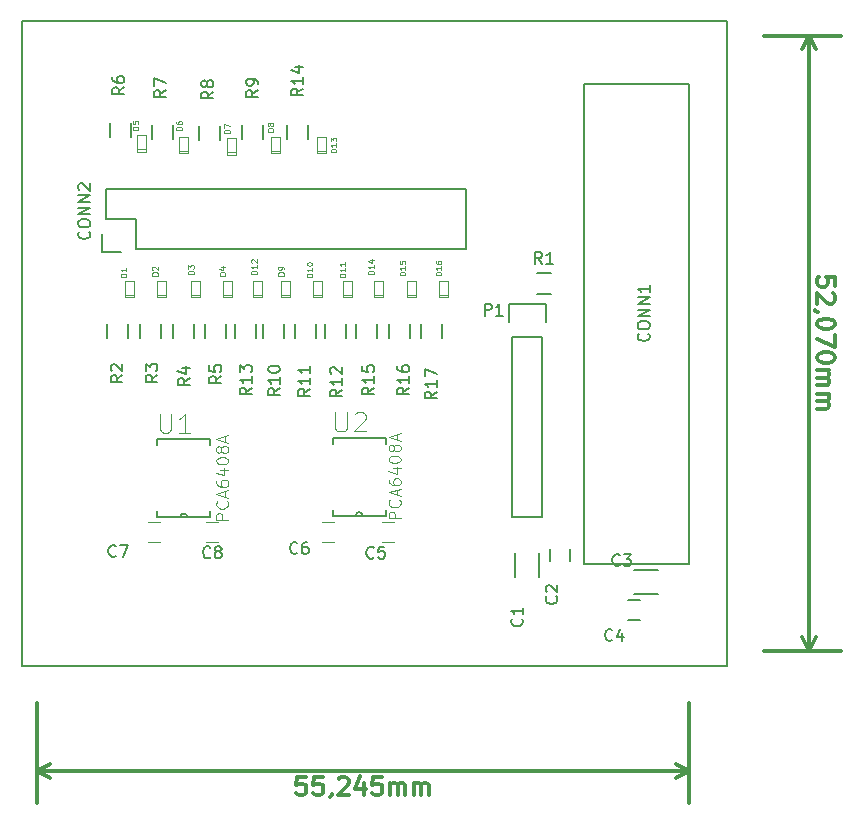
<source format=gbr>
G04 #@! TF.FileFunction,Legend,Top*
%FSLAX46Y46*%
G04 Gerber Fmt 4.6, Leading zero omitted, Abs format (unit mm)*
G04 Created by KiCad (PCBNEW 4.0.6-e0-6349~53~ubuntu14.04.1) date Tue Nov 28 08:29:40 2017*
%MOMM*%
%LPD*%
G01*
G04 APERTURE LIST*
%ADD10C,0.100000*%
%ADD11C,0.300000*%
%ADD12C,0.200000*%
%ADD13C,0.150000*%
%ADD14C,0.152400*%
%ADD15C,0.120000*%
%ADD16C,0.050000*%
%ADD17C,0.125000*%
G04 APERTURE END LIST*
D10*
D11*
X153575359Y-135148571D02*
X152861073Y-135148571D01*
X152789644Y-135862857D01*
X152861073Y-135791429D01*
X153003930Y-135720000D01*
X153361073Y-135720000D01*
X153503930Y-135791429D01*
X153575359Y-135862857D01*
X153646787Y-136005714D01*
X153646787Y-136362857D01*
X153575359Y-136505714D01*
X153503930Y-136577143D01*
X153361073Y-136648571D01*
X153003930Y-136648571D01*
X152861073Y-136577143D01*
X152789644Y-136505714D01*
X155003930Y-135148571D02*
X154289644Y-135148571D01*
X154218215Y-135862857D01*
X154289644Y-135791429D01*
X154432501Y-135720000D01*
X154789644Y-135720000D01*
X154932501Y-135791429D01*
X155003930Y-135862857D01*
X155075358Y-136005714D01*
X155075358Y-136362857D01*
X155003930Y-136505714D01*
X154932501Y-136577143D01*
X154789644Y-136648571D01*
X154432501Y-136648571D01*
X154289644Y-136577143D01*
X154218215Y-136505714D01*
X155789643Y-136577143D02*
X155789643Y-136648571D01*
X155718215Y-136791429D01*
X155646786Y-136862857D01*
X156361072Y-135291429D02*
X156432501Y-135220000D01*
X156575358Y-135148571D01*
X156932501Y-135148571D01*
X157075358Y-135220000D01*
X157146787Y-135291429D01*
X157218215Y-135434286D01*
X157218215Y-135577143D01*
X157146787Y-135791429D01*
X156289644Y-136648571D01*
X157218215Y-136648571D01*
X158503929Y-135648571D02*
X158503929Y-136648571D01*
X158146786Y-135077143D02*
X157789643Y-136148571D01*
X158718215Y-136148571D01*
X160003929Y-135148571D02*
X159289643Y-135148571D01*
X159218214Y-135862857D01*
X159289643Y-135791429D01*
X159432500Y-135720000D01*
X159789643Y-135720000D01*
X159932500Y-135791429D01*
X160003929Y-135862857D01*
X160075357Y-136005714D01*
X160075357Y-136362857D01*
X160003929Y-136505714D01*
X159932500Y-136577143D01*
X159789643Y-136648571D01*
X159432500Y-136648571D01*
X159289643Y-136577143D01*
X159218214Y-136505714D01*
X160718214Y-136648571D02*
X160718214Y-135648571D01*
X160718214Y-135791429D02*
X160789642Y-135720000D01*
X160932500Y-135648571D01*
X161146785Y-135648571D01*
X161289642Y-135720000D01*
X161361071Y-135862857D01*
X161361071Y-136648571D01*
X161361071Y-135862857D02*
X161432500Y-135720000D01*
X161575357Y-135648571D01*
X161789642Y-135648571D01*
X161932500Y-135720000D01*
X162003928Y-135862857D01*
X162003928Y-136648571D01*
X162718214Y-136648571D02*
X162718214Y-135648571D01*
X162718214Y-135791429D02*
X162789642Y-135720000D01*
X162932500Y-135648571D01*
X163146785Y-135648571D01*
X163289642Y-135720000D01*
X163361071Y-135862857D01*
X163361071Y-136648571D01*
X163361071Y-135862857D02*
X163432500Y-135720000D01*
X163575357Y-135648571D01*
X163789642Y-135648571D01*
X163932500Y-135720000D01*
X164003928Y-135862857D01*
X164003928Y-136648571D01*
X130810000Y-134620000D02*
X186055000Y-134620000D01*
X130810000Y-128905000D02*
X130810000Y-137320000D01*
X186055000Y-128905000D02*
X186055000Y-137320000D01*
X186055000Y-134620000D02*
X184928496Y-135206421D01*
X186055000Y-134620000D02*
X184928496Y-134033579D01*
X130810000Y-134620000D02*
X131936504Y-135206421D01*
X130810000Y-134620000D02*
X131936504Y-134033579D01*
X198386429Y-93567859D02*
X198386429Y-92853573D01*
X197672143Y-92782144D01*
X197743571Y-92853573D01*
X197815000Y-92996430D01*
X197815000Y-93353573D01*
X197743571Y-93496430D01*
X197672143Y-93567859D01*
X197529286Y-93639287D01*
X197172143Y-93639287D01*
X197029286Y-93567859D01*
X196957857Y-93496430D01*
X196886429Y-93353573D01*
X196886429Y-92996430D01*
X196957857Y-92853573D01*
X197029286Y-92782144D01*
X198243571Y-94210715D02*
X198315000Y-94282144D01*
X198386429Y-94425001D01*
X198386429Y-94782144D01*
X198315000Y-94925001D01*
X198243571Y-94996430D01*
X198100714Y-95067858D01*
X197957857Y-95067858D01*
X197743571Y-94996430D01*
X196886429Y-94139287D01*
X196886429Y-95067858D01*
X196957857Y-95782143D02*
X196886429Y-95782143D01*
X196743571Y-95710715D01*
X196672143Y-95639286D01*
X198386429Y-96710715D02*
X198386429Y-96853572D01*
X198315000Y-96996429D01*
X198243571Y-97067858D01*
X198100714Y-97139287D01*
X197815000Y-97210715D01*
X197457857Y-97210715D01*
X197172143Y-97139287D01*
X197029286Y-97067858D01*
X196957857Y-96996429D01*
X196886429Y-96853572D01*
X196886429Y-96710715D01*
X196957857Y-96567858D01*
X197029286Y-96496429D01*
X197172143Y-96425001D01*
X197457857Y-96353572D01*
X197815000Y-96353572D01*
X198100714Y-96425001D01*
X198243571Y-96496429D01*
X198315000Y-96567858D01*
X198386429Y-96710715D01*
X198386429Y-97710715D02*
X198386429Y-98710715D01*
X196886429Y-98067858D01*
X198386429Y-99567857D02*
X198386429Y-99710714D01*
X198315000Y-99853571D01*
X198243571Y-99925000D01*
X198100714Y-99996429D01*
X197815000Y-100067857D01*
X197457857Y-100067857D01*
X197172143Y-99996429D01*
X197029286Y-99925000D01*
X196957857Y-99853571D01*
X196886429Y-99710714D01*
X196886429Y-99567857D01*
X196957857Y-99425000D01*
X197029286Y-99353571D01*
X197172143Y-99282143D01*
X197457857Y-99210714D01*
X197815000Y-99210714D01*
X198100714Y-99282143D01*
X198243571Y-99353571D01*
X198315000Y-99425000D01*
X198386429Y-99567857D01*
X196886429Y-100710714D02*
X197886429Y-100710714D01*
X197743571Y-100710714D02*
X197815000Y-100782142D01*
X197886429Y-100925000D01*
X197886429Y-101139285D01*
X197815000Y-101282142D01*
X197672143Y-101353571D01*
X196886429Y-101353571D01*
X197672143Y-101353571D02*
X197815000Y-101425000D01*
X197886429Y-101567857D01*
X197886429Y-101782142D01*
X197815000Y-101925000D01*
X197672143Y-101996428D01*
X196886429Y-101996428D01*
X196886429Y-102710714D02*
X197886429Y-102710714D01*
X197743571Y-102710714D02*
X197815000Y-102782142D01*
X197886429Y-102925000D01*
X197886429Y-103139285D01*
X197815000Y-103282142D01*
X197672143Y-103353571D01*
X196886429Y-103353571D01*
X197672143Y-103353571D02*
X197815000Y-103425000D01*
X197886429Y-103567857D01*
X197886429Y-103782142D01*
X197815000Y-103925000D01*
X197672143Y-103996428D01*
X196886429Y-103996428D01*
X196215000Y-72390000D02*
X196215000Y-124460000D01*
X192405000Y-72390000D02*
X198915000Y-72390000D01*
X192405000Y-124460000D02*
X198915000Y-124460000D01*
X196215000Y-124460000D02*
X195628579Y-123333496D01*
X196215000Y-124460000D02*
X196801421Y-123333496D01*
X196215000Y-72390000D02*
X195628579Y-73516504D01*
X196215000Y-72390000D02*
X196801421Y-73516504D01*
D12*
X129540000Y-125730000D02*
X129540000Y-71120000D01*
X189230000Y-125730000D02*
X129540000Y-125730000D01*
X189230000Y-71120000D02*
X189230000Y-125730000D01*
X129540000Y-71120000D02*
X189230000Y-71120000D01*
D13*
X173364000Y-118221000D02*
X173364000Y-116221000D01*
X171314000Y-116221000D02*
X171314000Y-118221000D01*
X175983000Y-116832000D02*
X175983000Y-115832000D01*
X174283000Y-115832000D02*
X174283000Y-116832000D01*
X183372000Y-117593000D02*
X181372000Y-117593000D01*
X181372000Y-119643000D02*
X183372000Y-119643000D01*
X181856000Y-120181000D02*
X180856000Y-120181000D01*
X180856000Y-121881000D02*
X181856000Y-121881000D01*
X173609000Y-97917000D02*
X173609000Y-113157000D01*
X173609000Y-113157000D02*
X171069000Y-113157000D01*
X171069000Y-113157000D02*
X171069000Y-97917000D01*
X173889000Y-95097000D02*
X173889000Y-96647000D01*
X173609000Y-97917000D02*
X171069000Y-97917000D01*
X170789000Y-96647000D02*
X170789000Y-95097000D01*
X170789000Y-95097000D02*
X173889000Y-95097000D01*
X174336000Y-94220000D02*
X173136000Y-94220000D01*
X173136000Y-92470000D02*
X174336000Y-92470000D01*
X136793000Y-98009000D02*
X136793000Y-96809000D01*
X138543000Y-96809000D02*
X138543000Y-98009000D01*
X139587000Y-98009000D02*
X139587000Y-96809000D01*
X141337000Y-96809000D02*
X141337000Y-98009000D01*
X142381000Y-98009000D02*
X142381000Y-96809000D01*
X144131000Y-96809000D02*
X144131000Y-98009000D01*
X145048000Y-98009000D02*
X145048000Y-96809000D01*
X146798000Y-96809000D02*
X146798000Y-98009000D01*
X138797000Y-79791000D02*
X138797000Y-80991000D01*
X137047000Y-80991000D02*
X137047000Y-79791000D01*
X142353000Y-79918000D02*
X142353000Y-81118000D01*
X140603000Y-81118000D02*
X140603000Y-79918000D01*
X146290000Y-80045000D02*
X146290000Y-81245000D01*
X144540000Y-81245000D02*
X144540000Y-80045000D01*
X149973000Y-79918000D02*
X149973000Y-81118000D01*
X148223000Y-81118000D02*
X148223000Y-79918000D01*
X150001000Y-98009000D02*
X150001000Y-96809000D01*
X151751000Y-96809000D02*
X151751000Y-98009000D01*
X152668000Y-98009000D02*
X152668000Y-96809000D01*
X154418000Y-96809000D02*
X154418000Y-98009000D01*
X155208000Y-98009000D02*
X155208000Y-96809000D01*
X156958000Y-96809000D02*
X156958000Y-98009000D01*
X147588000Y-98009000D02*
X147588000Y-96809000D01*
X149338000Y-96809000D02*
X149338000Y-98009000D01*
X153783000Y-79918000D02*
X153783000Y-81118000D01*
X152033000Y-81118000D02*
X152033000Y-79918000D01*
X157875000Y-98009000D02*
X157875000Y-96809000D01*
X159625000Y-96809000D02*
X159625000Y-98009000D01*
X160669000Y-98009000D02*
X160669000Y-96809000D01*
X162419000Y-96809000D02*
X162419000Y-98009000D01*
X163336000Y-98009000D02*
X163336000Y-96809000D01*
X165086000Y-96809000D02*
X165086000Y-98009000D01*
D14*
X140995400Y-112649000D02*
X140995400Y-113157000D01*
X145516600Y-107061000D02*
X145516600Y-106553000D01*
X145516600Y-106553000D02*
X140995400Y-106553000D01*
X140995400Y-106553000D02*
X140995400Y-107061000D01*
X140995400Y-113157000D02*
X142951200Y-113157000D01*
X142951200Y-113157000D02*
X143560800Y-113157000D01*
X143560800Y-113157000D02*
X145516600Y-113157000D01*
X145516600Y-113157000D02*
X145516600Y-112649000D01*
X142951200Y-113157000D02*
G75*
G02X143560800Y-113157000I304800J0D01*
G01*
X155854400Y-112522000D02*
X155854400Y-113030000D01*
X160375600Y-106934000D02*
X160375600Y-106426000D01*
X160375600Y-106426000D02*
X155854400Y-106426000D01*
X155854400Y-106426000D02*
X155854400Y-106934000D01*
X155854400Y-113030000D02*
X157810200Y-113030000D01*
X157810200Y-113030000D02*
X158419800Y-113030000D01*
X158419800Y-113030000D02*
X160375600Y-113030000D01*
X160375600Y-113030000D02*
X160375600Y-112522000D01*
X157810200Y-113030000D02*
G75*
G02X158419800Y-113030000I304800J0D01*
G01*
D15*
X155948000Y-113577000D02*
X154948000Y-113577000D01*
X154948000Y-115277000D02*
X155948000Y-115277000D01*
X160028000Y-115277000D02*
X161028000Y-115277000D01*
X161028000Y-113577000D02*
X160028000Y-113577000D01*
X141216000Y-113577000D02*
X140216000Y-113577000D01*
X140216000Y-115277000D02*
X141216000Y-115277000D01*
X145169000Y-115277000D02*
X146169000Y-115277000D01*
X146169000Y-113577000D02*
X145169000Y-113577000D01*
D13*
X167132000Y-85344000D02*
X136652000Y-85344000D01*
X139192000Y-90424000D02*
X167132000Y-90424000D01*
X167132000Y-85344000D02*
X167132000Y-90424000D01*
X136652000Y-85344000D02*
X136652000Y-87884000D01*
X136372000Y-89154000D02*
X136372000Y-90704000D01*
X136652000Y-87884000D02*
X139192000Y-87884000D01*
X139192000Y-87884000D02*
X139192000Y-90424000D01*
X136372000Y-90704000D02*
X137922000Y-90704000D01*
X186055000Y-117094000D02*
X186055000Y-76454000D01*
X186055000Y-76454000D02*
X177165000Y-76454000D01*
X177165000Y-76454000D02*
X177165000Y-117094000D01*
X177165000Y-117094000D02*
X186055000Y-117094000D01*
D16*
X139084000Y-94326000D02*
X138284000Y-94326000D01*
X138284000Y-94326000D02*
X138284000Y-94526000D01*
X138284000Y-94526000D02*
X139084000Y-94526000D01*
X139084000Y-94526000D02*
X139084000Y-93126000D01*
X139084000Y-93126000D02*
X138284000Y-93126000D01*
X138284000Y-93126000D02*
X138284000Y-94326000D01*
X147339000Y-94326000D02*
X146539000Y-94326000D01*
X146539000Y-94326000D02*
X146539000Y-94526000D01*
X146539000Y-94526000D02*
X147339000Y-94526000D01*
X147339000Y-94526000D02*
X147339000Y-93126000D01*
X147339000Y-93126000D02*
X146539000Y-93126000D01*
X146539000Y-93126000D02*
X146539000Y-94326000D01*
X141751000Y-94326000D02*
X140951000Y-94326000D01*
X140951000Y-94326000D02*
X140951000Y-94526000D01*
X140951000Y-94526000D02*
X141751000Y-94526000D01*
X141751000Y-94526000D02*
X141751000Y-93126000D01*
X141751000Y-93126000D02*
X140951000Y-93126000D01*
X140951000Y-93126000D02*
X140951000Y-94326000D01*
X144672000Y-94326000D02*
X143872000Y-94326000D01*
X143872000Y-94326000D02*
X143872000Y-94526000D01*
X143872000Y-94526000D02*
X144672000Y-94526000D01*
X144672000Y-94526000D02*
X144672000Y-93126000D01*
X144672000Y-93126000D02*
X143872000Y-93126000D01*
X143872000Y-93126000D02*
X143872000Y-94326000D01*
X140100000Y-82007000D02*
X139300000Y-82007000D01*
X139300000Y-82007000D02*
X139300000Y-82207000D01*
X139300000Y-82207000D02*
X140100000Y-82207000D01*
X140100000Y-82207000D02*
X140100000Y-80807000D01*
X140100000Y-80807000D02*
X139300000Y-80807000D01*
X139300000Y-80807000D02*
X139300000Y-82007000D01*
X143656000Y-82134000D02*
X142856000Y-82134000D01*
X142856000Y-82134000D02*
X142856000Y-82334000D01*
X142856000Y-82334000D02*
X143656000Y-82334000D01*
X143656000Y-82334000D02*
X143656000Y-80934000D01*
X143656000Y-80934000D02*
X142856000Y-80934000D01*
X142856000Y-80934000D02*
X142856000Y-82134000D01*
X147720000Y-82261000D02*
X146920000Y-82261000D01*
X146920000Y-82261000D02*
X146920000Y-82461000D01*
X146920000Y-82461000D02*
X147720000Y-82461000D01*
X147720000Y-82461000D02*
X147720000Y-81061000D01*
X147720000Y-81061000D02*
X146920000Y-81061000D01*
X146920000Y-81061000D02*
X146920000Y-82261000D01*
X151403000Y-82134000D02*
X150603000Y-82134000D01*
X150603000Y-82134000D02*
X150603000Y-82334000D01*
X150603000Y-82334000D02*
X151403000Y-82334000D01*
X151403000Y-82334000D02*
X151403000Y-80934000D01*
X151403000Y-80934000D02*
X150603000Y-80934000D01*
X150603000Y-80934000D02*
X150603000Y-82134000D01*
X152292000Y-94326000D02*
X151492000Y-94326000D01*
X151492000Y-94326000D02*
X151492000Y-94526000D01*
X151492000Y-94526000D02*
X152292000Y-94526000D01*
X152292000Y-94526000D02*
X152292000Y-93126000D01*
X152292000Y-93126000D02*
X151492000Y-93126000D01*
X151492000Y-93126000D02*
X151492000Y-94326000D01*
X154959000Y-94326000D02*
X154159000Y-94326000D01*
X154159000Y-94326000D02*
X154159000Y-94526000D01*
X154159000Y-94526000D02*
X154959000Y-94526000D01*
X154959000Y-94526000D02*
X154959000Y-93126000D01*
X154959000Y-93126000D02*
X154159000Y-93126000D01*
X154159000Y-93126000D02*
X154159000Y-94326000D01*
X157499000Y-94326000D02*
X156699000Y-94326000D01*
X156699000Y-94326000D02*
X156699000Y-94526000D01*
X156699000Y-94526000D02*
X157499000Y-94526000D01*
X157499000Y-94526000D02*
X157499000Y-93126000D01*
X157499000Y-93126000D02*
X156699000Y-93126000D01*
X156699000Y-93126000D02*
X156699000Y-94326000D01*
X149879000Y-94326000D02*
X149079000Y-94326000D01*
X149079000Y-94326000D02*
X149079000Y-94526000D01*
X149079000Y-94526000D02*
X149879000Y-94526000D01*
X149879000Y-94526000D02*
X149879000Y-93126000D01*
X149879000Y-93126000D02*
X149079000Y-93126000D01*
X149079000Y-93126000D02*
X149079000Y-94326000D01*
X155340000Y-82134000D02*
X154540000Y-82134000D01*
X154540000Y-82134000D02*
X154540000Y-82334000D01*
X154540000Y-82334000D02*
X155340000Y-82334000D01*
X155340000Y-82334000D02*
X155340000Y-80934000D01*
X155340000Y-80934000D02*
X154540000Y-80934000D01*
X154540000Y-80934000D02*
X154540000Y-82134000D01*
X160166000Y-94326000D02*
X159366000Y-94326000D01*
X159366000Y-94326000D02*
X159366000Y-94526000D01*
X159366000Y-94526000D02*
X160166000Y-94526000D01*
X160166000Y-94526000D02*
X160166000Y-93126000D01*
X160166000Y-93126000D02*
X159366000Y-93126000D01*
X159366000Y-93126000D02*
X159366000Y-94326000D01*
X162960000Y-94326000D02*
X162160000Y-94326000D01*
X162160000Y-94326000D02*
X162160000Y-94526000D01*
X162160000Y-94526000D02*
X162960000Y-94526000D01*
X162960000Y-94526000D02*
X162960000Y-93126000D01*
X162960000Y-93126000D02*
X162160000Y-93126000D01*
X162160000Y-93126000D02*
X162160000Y-94326000D01*
X165627000Y-94326000D02*
X164827000Y-94326000D01*
X164827000Y-94326000D02*
X164827000Y-94526000D01*
X164827000Y-94526000D02*
X165627000Y-94526000D01*
X165627000Y-94526000D02*
X165627000Y-93126000D01*
X165627000Y-93126000D02*
X164827000Y-93126000D01*
X164827000Y-93126000D02*
X164827000Y-94326000D01*
D13*
X171870643Y-121769166D02*
X171918262Y-121816785D01*
X171965881Y-121959642D01*
X171965881Y-122054880D01*
X171918262Y-122197738D01*
X171823024Y-122292976D01*
X171727786Y-122340595D01*
X171537310Y-122388214D01*
X171394452Y-122388214D01*
X171203976Y-122340595D01*
X171108738Y-122292976D01*
X171013500Y-122197738D01*
X170965881Y-122054880D01*
X170965881Y-121959642D01*
X171013500Y-121816785D01*
X171061119Y-121769166D01*
X171965881Y-120816785D02*
X171965881Y-121388214D01*
X171965881Y-121102500D02*
X170965881Y-121102500D01*
X171108738Y-121197738D01*
X171203976Y-121292976D01*
X171251595Y-121388214D01*
X174791643Y-119864166D02*
X174839262Y-119911785D01*
X174886881Y-120054642D01*
X174886881Y-120149880D01*
X174839262Y-120292738D01*
X174744024Y-120387976D01*
X174648786Y-120435595D01*
X174458310Y-120483214D01*
X174315452Y-120483214D01*
X174124976Y-120435595D01*
X174029738Y-120387976D01*
X173934500Y-120292738D01*
X173886881Y-120149880D01*
X173886881Y-120054642D01*
X173934500Y-119911785D01*
X173982119Y-119864166D01*
X173982119Y-119483214D02*
X173934500Y-119435595D01*
X173886881Y-119340357D01*
X173886881Y-119102261D01*
X173934500Y-119007023D01*
X173982119Y-118959404D01*
X174077357Y-118911785D01*
X174172595Y-118911785D01*
X174315452Y-118959404D01*
X174886881Y-119530833D01*
X174886881Y-118911785D01*
X180173334Y-117197143D02*
X180125715Y-117244762D01*
X179982858Y-117292381D01*
X179887620Y-117292381D01*
X179744762Y-117244762D01*
X179649524Y-117149524D01*
X179601905Y-117054286D01*
X179554286Y-116863810D01*
X179554286Y-116720952D01*
X179601905Y-116530476D01*
X179649524Y-116435238D01*
X179744762Y-116340000D01*
X179887620Y-116292381D01*
X179982858Y-116292381D01*
X180125715Y-116340000D01*
X180173334Y-116387619D01*
X180506667Y-116292381D02*
X181125715Y-116292381D01*
X180792381Y-116673333D01*
X180935239Y-116673333D01*
X181030477Y-116720952D01*
X181078096Y-116768571D01*
X181125715Y-116863810D01*
X181125715Y-117101905D01*
X181078096Y-117197143D01*
X181030477Y-117244762D01*
X180935239Y-117292381D01*
X180649524Y-117292381D01*
X180554286Y-117244762D01*
X180506667Y-117197143D01*
X179538334Y-123547143D02*
X179490715Y-123594762D01*
X179347858Y-123642381D01*
X179252620Y-123642381D01*
X179109762Y-123594762D01*
X179014524Y-123499524D01*
X178966905Y-123404286D01*
X178919286Y-123213810D01*
X178919286Y-123070952D01*
X178966905Y-122880476D01*
X179014524Y-122785238D01*
X179109762Y-122690000D01*
X179252620Y-122642381D01*
X179347858Y-122642381D01*
X179490715Y-122690000D01*
X179538334Y-122737619D01*
X180395477Y-122975714D02*
X180395477Y-123642381D01*
X180157381Y-122594762D02*
X179919286Y-123309048D01*
X180538334Y-123309048D01*
X168743405Y-96083381D02*
X168743405Y-95083381D01*
X169124358Y-95083381D01*
X169219596Y-95131000D01*
X169267215Y-95178619D01*
X169314834Y-95273857D01*
X169314834Y-95416714D01*
X169267215Y-95511952D01*
X169219596Y-95559571D01*
X169124358Y-95607190D01*
X168743405Y-95607190D01*
X170267215Y-96083381D02*
X169695786Y-96083381D01*
X169981500Y-96083381D02*
X169981500Y-95083381D01*
X169886262Y-95226238D01*
X169791024Y-95321476D01*
X169695786Y-95369095D01*
X173569334Y-91697381D02*
X173236000Y-91221190D01*
X172997905Y-91697381D02*
X172997905Y-90697381D01*
X173378858Y-90697381D01*
X173474096Y-90745000D01*
X173521715Y-90792619D01*
X173569334Y-90887857D01*
X173569334Y-91030714D01*
X173521715Y-91125952D01*
X173474096Y-91173571D01*
X173378858Y-91221190D01*
X172997905Y-91221190D01*
X174521715Y-91697381D02*
X173950286Y-91697381D01*
X174236000Y-91697381D02*
X174236000Y-90697381D01*
X174140762Y-90840238D01*
X174045524Y-90935476D01*
X173950286Y-90983095D01*
X138060381Y-101145666D02*
X137584190Y-101479000D01*
X138060381Y-101717095D02*
X137060381Y-101717095D01*
X137060381Y-101336142D01*
X137108000Y-101240904D01*
X137155619Y-101193285D01*
X137250857Y-101145666D01*
X137393714Y-101145666D01*
X137488952Y-101193285D01*
X137536571Y-101240904D01*
X137584190Y-101336142D01*
X137584190Y-101717095D01*
X137155619Y-100764714D02*
X137108000Y-100717095D01*
X137060381Y-100621857D01*
X137060381Y-100383761D01*
X137108000Y-100288523D01*
X137155619Y-100240904D01*
X137250857Y-100193285D01*
X137346095Y-100193285D01*
X137488952Y-100240904D01*
X138060381Y-100812333D01*
X138060381Y-100193285D01*
X141024381Y-101095666D02*
X140548190Y-101429000D01*
X141024381Y-101667095D02*
X140024381Y-101667095D01*
X140024381Y-101286142D01*
X140072000Y-101190904D01*
X140119619Y-101143285D01*
X140214857Y-101095666D01*
X140357714Y-101095666D01*
X140452952Y-101143285D01*
X140500571Y-101190904D01*
X140548190Y-101286142D01*
X140548190Y-101667095D01*
X140024381Y-100762333D02*
X140024381Y-100143285D01*
X140405333Y-100476619D01*
X140405333Y-100333761D01*
X140452952Y-100238523D01*
X140500571Y-100190904D01*
X140595810Y-100143285D01*
X140833905Y-100143285D01*
X140929143Y-100190904D01*
X140976762Y-100238523D01*
X141024381Y-100333761D01*
X141024381Y-100619476D01*
X140976762Y-100714714D01*
X140929143Y-100762333D01*
X143768381Y-101375666D02*
X143292190Y-101709000D01*
X143768381Y-101947095D02*
X142768381Y-101947095D01*
X142768381Y-101566142D01*
X142816000Y-101470904D01*
X142863619Y-101423285D01*
X142958857Y-101375666D01*
X143101714Y-101375666D01*
X143196952Y-101423285D01*
X143244571Y-101470904D01*
X143292190Y-101566142D01*
X143292190Y-101947095D01*
X143101714Y-100518523D02*
X143768381Y-100518523D01*
X142720762Y-100756619D02*
X143435048Y-100994714D01*
X143435048Y-100375666D01*
X146435381Y-101205666D02*
X145959190Y-101539000D01*
X146435381Y-101777095D02*
X145435381Y-101777095D01*
X145435381Y-101396142D01*
X145483000Y-101300904D01*
X145530619Y-101253285D01*
X145625857Y-101205666D01*
X145768714Y-101205666D01*
X145863952Y-101253285D01*
X145911571Y-101300904D01*
X145959190Y-101396142D01*
X145959190Y-101777095D01*
X145435381Y-100300904D02*
X145435381Y-100777095D01*
X145911571Y-100824714D01*
X145863952Y-100777095D01*
X145816333Y-100681857D01*
X145816333Y-100443761D01*
X145863952Y-100348523D01*
X145911571Y-100300904D01*
X146006810Y-100253285D01*
X146244905Y-100253285D01*
X146340143Y-100300904D01*
X146387762Y-100348523D01*
X146435381Y-100443761D01*
X146435381Y-100681857D01*
X146387762Y-100777095D01*
X146340143Y-100824714D01*
X138214381Y-76757666D02*
X137738190Y-77091000D01*
X138214381Y-77329095D02*
X137214381Y-77329095D01*
X137214381Y-76948142D01*
X137262000Y-76852904D01*
X137309619Y-76805285D01*
X137404857Y-76757666D01*
X137547714Y-76757666D01*
X137642952Y-76805285D01*
X137690571Y-76852904D01*
X137738190Y-76948142D01*
X137738190Y-77329095D01*
X137214381Y-75900523D02*
X137214381Y-76091000D01*
X137262000Y-76186238D01*
X137309619Y-76233857D01*
X137452476Y-76329095D01*
X137642952Y-76376714D01*
X138023905Y-76376714D01*
X138119143Y-76329095D01*
X138166762Y-76281476D01*
X138214381Y-76186238D01*
X138214381Y-75995761D01*
X138166762Y-75900523D01*
X138119143Y-75852904D01*
X138023905Y-75805285D01*
X137785810Y-75805285D01*
X137690571Y-75852904D01*
X137642952Y-75900523D01*
X137595333Y-75995761D01*
X137595333Y-76186238D01*
X137642952Y-76281476D01*
X137690571Y-76329095D01*
X137785810Y-76376714D01*
X141760381Y-77004666D02*
X141284190Y-77338000D01*
X141760381Y-77576095D02*
X140760381Y-77576095D01*
X140760381Y-77195142D01*
X140808000Y-77099904D01*
X140855619Y-77052285D01*
X140950857Y-77004666D01*
X141093714Y-77004666D01*
X141188952Y-77052285D01*
X141236571Y-77099904D01*
X141284190Y-77195142D01*
X141284190Y-77576095D01*
X140760381Y-76671333D02*
X140760381Y-76004666D01*
X141760381Y-76433238D01*
X145757381Y-77121666D02*
X145281190Y-77455000D01*
X145757381Y-77693095D02*
X144757381Y-77693095D01*
X144757381Y-77312142D01*
X144805000Y-77216904D01*
X144852619Y-77169285D01*
X144947857Y-77121666D01*
X145090714Y-77121666D01*
X145185952Y-77169285D01*
X145233571Y-77216904D01*
X145281190Y-77312142D01*
X145281190Y-77693095D01*
X145185952Y-76550238D02*
X145138333Y-76645476D01*
X145090714Y-76693095D01*
X144995476Y-76740714D01*
X144947857Y-76740714D01*
X144852619Y-76693095D01*
X144805000Y-76645476D01*
X144757381Y-76550238D01*
X144757381Y-76359761D01*
X144805000Y-76264523D01*
X144852619Y-76216904D01*
X144947857Y-76169285D01*
X144995476Y-76169285D01*
X145090714Y-76216904D01*
X145138333Y-76264523D01*
X145185952Y-76359761D01*
X145185952Y-76550238D01*
X145233571Y-76645476D01*
X145281190Y-76693095D01*
X145376429Y-76740714D01*
X145566905Y-76740714D01*
X145662143Y-76693095D01*
X145709762Y-76645476D01*
X145757381Y-76550238D01*
X145757381Y-76359761D01*
X145709762Y-76264523D01*
X145662143Y-76216904D01*
X145566905Y-76169285D01*
X145376429Y-76169285D01*
X145281190Y-76216904D01*
X145233571Y-76264523D01*
X145185952Y-76359761D01*
X149550381Y-76994666D02*
X149074190Y-77328000D01*
X149550381Y-77566095D02*
X148550381Y-77566095D01*
X148550381Y-77185142D01*
X148598000Y-77089904D01*
X148645619Y-77042285D01*
X148740857Y-76994666D01*
X148883714Y-76994666D01*
X148978952Y-77042285D01*
X149026571Y-77089904D01*
X149074190Y-77185142D01*
X149074190Y-77566095D01*
X149550381Y-76518476D02*
X149550381Y-76328000D01*
X149502762Y-76232761D01*
X149455143Y-76185142D01*
X149312286Y-76089904D01*
X149121810Y-76042285D01*
X148740857Y-76042285D01*
X148645619Y-76089904D01*
X148598000Y-76137523D01*
X148550381Y-76232761D01*
X148550381Y-76423238D01*
X148598000Y-76518476D01*
X148645619Y-76566095D01*
X148740857Y-76613714D01*
X148978952Y-76613714D01*
X149074190Y-76566095D01*
X149121810Y-76518476D01*
X149169429Y-76423238D01*
X149169429Y-76232761D01*
X149121810Y-76137523D01*
X149074190Y-76089904D01*
X148978952Y-76042285D01*
X151388381Y-102241857D02*
X150912190Y-102575191D01*
X151388381Y-102813286D02*
X150388381Y-102813286D01*
X150388381Y-102432333D01*
X150436000Y-102337095D01*
X150483619Y-102289476D01*
X150578857Y-102241857D01*
X150721714Y-102241857D01*
X150816952Y-102289476D01*
X150864571Y-102337095D01*
X150912190Y-102432333D01*
X150912190Y-102813286D01*
X151388381Y-101289476D02*
X151388381Y-101860905D01*
X151388381Y-101575191D02*
X150388381Y-101575191D01*
X150531238Y-101670429D01*
X150626476Y-101765667D01*
X150674095Y-101860905D01*
X150388381Y-100670429D02*
X150388381Y-100575190D01*
X150436000Y-100479952D01*
X150483619Y-100432333D01*
X150578857Y-100384714D01*
X150769333Y-100337095D01*
X151007429Y-100337095D01*
X151197905Y-100384714D01*
X151293143Y-100432333D01*
X151340762Y-100479952D01*
X151388381Y-100575190D01*
X151388381Y-100670429D01*
X151340762Y-100765667D01*
X151293143Y-100813286D01*
X151197905Y-100860905D01*
X151007429Y-100908524D01*
X150769333Y-100908524D01*
X150578857Y-100860905D01*
X150483619Y-100813286D01*
X150436000Y-100765667D01*
X150388381Y-100670429D01*
X153945381Y-102291857D02*
X153469190Y-102625191D01*
X153945381Y-102863286D02*
X152945381Y-102863286D01*
X152945381Y-102482333D01*
X152993000Y-102387095D01*
X153040619Y-102339476D01*
X153135857Y-102291857D01*
X153278714Y-102291857D01*
X153373952Y-102339476D01*
X153421571Y-102387095D01*
X153469190Y-102482333D01*
X153469190Y-102863286D01*
X153945381Y-101339476D02*
X153945381Y-101910905D01*
X153945381Y-101625191D02*
X152945381Y-101625191D01*
X153088238Y-101720429D01*
X153183476Y-101815667D01*
X153231095Y-101910905D01*
X153945381Y-100387095D02*
X153945381Y-100958524D01*
X153945381Y-100672810D02*
X152945381Y-100672810D01*
X153088238Y-100768048D01*
X153183476Y-100863286D01*
X153231095Y-100958524D01*
X156655381Y-102351857D02*
X156179190Y-102685191D01*
X156655381Y-102923286D02*
X155655381Y-102923286D01*
X155655381Y-102542333D01*
X155703000Y-102447095D01*
X155750619Y-102399476D01*
X155845857Y-102351857D01*
X155988714Y-102351857D01*
X156083952Y-102399476D01*
X156131571Y-102447095D01*
X156179190Y-102542333D01*
X156179190Y-102923286D01*
X156655381Y-101399476D02*
X156655381Y-101970905D01*
X156655381Y-101685191D02*
X155655381Y-101685191D01*
X155798238Y-101780429D01*
X155893476Y-101875667D01*
X155941095Y-101970905D01*
X155750619Y-101018524D02*
X155703000Y-100970905D01*
X155655381Y-100875667D01*
X155655381Y-100637571D01*
X155703000Y-100542333D01*
X155750619Y-100494714D01*
X155845857Y-100447095D01*
X155941095Y-100447095D01*
X156083952Y-100494714D01*
X156655381Y-101066143D01*
X156655381Y-100447095D01*
X149005381Y-102181857D02*
X148529190Y-102515191D01*
X149005381Y-102753286D02*
X148005381Y-102753286D01*
X148005381Y-102372333D01*
X148053000Y-102277095D01*
X148100619Y-102229476D01*
X148195857Y-102181857D01*
X148338714Y-102181857D01*
X148433952Y-102229476D01*
X148481571Y-102277095D01*
X148529190Y-102372333D01*
X148529190Y-102753286D01*
X149005381Y-101229476D02*
X149005381Y-101800905D01*
X149005381Y-101515191D02*
X148005381Y-101515191D01*
X148148238Y-101610429D01*
X148243476Y-101705667D01*
X148291095Y-101800905D01*
X148005381Y-100896143D02*
X148005381Y-100277095D01*
X148386333Y-100610429D01*
X148386333Y-100467571D01*
X148433952Y-100372333D01*
X148481571Y-100324714D01*
X148576810Y-100277095D01*
X148814905Y-100277095D01*
X148910143Y-100324714D01*
X148957762Y-100372333D01*
X149005381Y-100467571D01*
X149005381Y-100753286D01*
X148957762Y-100848524D01*
X148910143Y-100896143D01*
X153360381Y-76860857D02*
X152884190Y-77194191D01*
X153360381Y-77432286D02*
X152360381Y-77432286D01*
X152360381Y-77051333D01*
X152408000Y-76956095D01*
X152455619Y-76908476D01*
X152550857Y-76860857D01*
X152693714Y-76860857D01*
X152788952Y-76908476D01*
X152836571Y-76956095D01*
X152884190Y-77051333D01*
X152884190Y-77432286D01*
X153360381Y-75908476D02*
X153360381Y-76479905D01*
X153360381Y-76194191D02*
X152360381Y-76194191D01*
X152503238Y-76289429D01*
X152598476Y-76384667D01*
X152646095Y-76479905D01*
X152693714Y-75051333D02*
X153360381Y-75051333D01*
X152312762Y-75289429D02*
X153027048Y-75527524D01*
X153027048Y-74908476D01*
X159372381Y-102181857D02*
X158896190Y-102515191D01*
X159372381Y-102753286D02*
X158372381Y-102753286D01*
X158372381Y-102372333D01*
X158420000Y-102277095D01*
X158467619Y-102229476D01*
X158562857Y-102181857D01*
X158705714Y-102181857D01*
X158800952Y-102229476D01*
X158848571Y-102277095D01*
X158896190Y-102372333D01*
X158896190Y-102753286D01*
X159372381Y-101229476D02*
X159372381Y-101800905D01*
X159372381Y-101515191D02*
X158372381Y-101515191D01*
X158515238Y-101610429D01*
X158610476Y-101705667D01*
X158658095Y-101800905D01*
X158372381Y-100324714D02*
X158372381Y-100800905D01*
X158848571Y-100848524D01*
X158800952Y-100800905D01*
X158753333Y-100705667D01*
X158753333Y-100467571D01*
X158800952Y-100372333D01*
X158848571Y-100324714D01*
X158943810Y-100277095D01*
X159181905Y-100277095D01*
X159277143Y-100324714D01*
X159324762Y-100372333D01*
X159372381Y-100467571D01*
X159372381Y-100705667D01*
X159324762Y-100800905D01*
X159277143Y-100848524D01*
X162336381Y-102191857D02*
X161860190Y-102525191D01*
X162336381Y-102763286D02*
X161336381Y-102763286D01*
X161336381Y-102382333D01*
X161384000Y-102287095D01*
X161431619Y-102239476D01*
X161526857Y-102191857D01*
X161669714Y-102191857D01*
X161764952Y-102239476D01*
X161812571Y-102287095D01*
X161860190Y-102382333D01*
X161860190Y-102763286D01*
X162336381Y-101239476D02*
X162336381Y-101810905D01*
X162336381Y-101525191D02*
X161336381Y-101525191D01*
X161479238Y-101620429D01*
X161574476Y-101715667D01*
X161622095Y-101810905D01*
X161336381Y-100382333D02*
X161336381Y-100572810D01*
X161384000Y-100668048D01*
X161431619Y-100715667D01*
X161574476Y-100810905D01*
X161764952Y-100858524D01*
X162145905Y-100858524D01*
X162241143Y-100810905D01*
X162288762Y-100763286D01*
X162336381Y-100668048D01*
X162336381Y-100477571D01*
X162288762Y-100382333D01*
X162241143Y-100334714D01*
X162145905Y-100287095D01*
X161907810Y-100287095D01*
X161812571Y-100334714D01*
X161764952Y-100382333D01*
X161717333Y-100477571D01*
X161717333Y-100668048D01*
X161764952Y-100763286D01*
X161812571Y-100810905D01*
X161907810Y-100858524D01*
X164663381Y-102521857D02*
X164187190Y-102855191D01*
X164663381Y-103093286D02*
X163663381Y-103093286D01*
X163663381Y-102712333D01*
X163711000Y-102617095D01*
X163758619Y-102569476D01*
X163853857Y-102521857D01*
X163996714Y-102521857D01*
X164091952Y-102569476D01*
X164139571Y-102617095D01*
X164187190Y-102712333D01*
X164187190Y-103093286D01*
X164663381Y-101569476D02*
X164663381Y-102140905D01*
X164663381Y-101855191D02*
X163663381Y-101855191D01*
X163806238Y-101950429D01*
X163901476Y-102045667D01*
X163949095Y-102140905D01*
X163663381Y-101236143D02*
X163663381Y-100569476D01*
X164663381Y-100998048D01*
D16*
X141242861Y-104383744D02*
X141242861Y-105713079D01*
X141321057Y-105869471D01*
X141399253Y-105947668D01*
X141555646Y-106025864D01*
X141868430Y-106025864D01*
X142024823Y-105947668D01*
X142103019Y-105869471D01*
X142181215Y-105713079D01*
X142181215Y-104383744D01*
X143823335Y-106025864D02*
X142884981Y-106025864D01*
X143354158Y-106025864D02*
X143354158Y-104383744D01*
X143197766Y-104618332D01*
X143041373Y-104774725D01*
X142884981Y-104852921D01*
X147010381Y-113378810D02*
X146010381Y-113378810D01*
X146010381Y-112997857D01*
X146058000Y-112902619D01*
X146105619Y-112855000D01*
X146200857Y-112807381D01*
X146343714Y-112807381D01*
X146438952Y-112855000D01*
X146486571Y-112902619D01*
X146534190Y-112997857D01*
X146534190Y-113378810D01*
X146915143Y-111807381D02*
X146962762Y-111855000D01*
X147010381Y-111997857D01*
X147010381Y-112093095D01*
X146962762Y-112235953D01*
X146867524Y-112331191D01*
X146772286Y-112378810D01*
X146581810Y-112426429D01*
X146438952Y-112426429D01*
X146248476Y-112378810D01*
X146153238Y-112331191D01*
X146058000Y-112235953D01*
X146010381Y-112093095D01*
X146010381Y-111997857D01*
X146058000Y-111855000D01*
X146105619Y-111807381D01*
X146724667Y-111426429D02*
X146724667Y-110950238D01*
X147010381Y-111521667D02*
X146010381Y-111188334D01*
X147010381Y-110855000D01*
X146010381Y-110093095D02*
X146010381Y-110283572D01*
X146058000Y-110378810D01*
X146105619Y-110426429D01*
X146248476Y-110521667D01*
X146438952Y-110569286D01*
X146819905Y-110569286D01*
X146915143Y-110521667D01*
X146962762Y-110474048D01*
X147010381Y-110378810D01*
X147010381Y-110188333D01*
X146962762Y-110093095D01*
X146915143Y-110045476D01*
X146819905Y-109997857D01*
X146581810Y-109997857D01*
X146486571Y-110045476D01*
X146438952Y-110093095D01*
X146391333Y-110188333D01*
X146391333Y-110378810D01*
X146438952Y-110474048D01*
X146486571Y-110521667D01*
X146581810Y-110569286D01*
X146343714Y-109140714D02*
X147010381Y-109140714D01*
X145962762Y-109378810D02*
X146677048Y-109616905D01*
X146677048Y-108997857D01*
X146010381Y-108426429D02*
X146010381Y-108331190D01*
X146058000Y-108235952D01*
X146105619Y-108188333D01*
X146200857Y-108140714D01*
X146391333Y-108093095D01*
X146629429Y-108093095D01*
X146819905Y-108140714D01*
X146915143Y-108188333D01*
X146962762Y-108235952D01*
X147010381Y-108331190D01*
X147010381Y-108426429D01*
X146962762Y-108521667D01*
X146915143Y-108569286D01*
X146819905Y-108616905D01*
X146629429Y-108664524D01*
X146391333Y-108664524D01*
X146200857Y-108616905D01*
X146105619Y-108569286D01*
X146058000Y-108521667D01*
X146010381Y-108426429D01*
X146438952Y-107521667D02*
X146391333Y-107616905D01*
X146343714Y-107664524D01*
X146248476Y-107712143D01*
X146200857Y-107712143D01*
X146105619Y-107664524D01*
X146058000Y-107616905D01*
X146010381Y-107521667D01*
X146010381Y-107331190D01*
X146058000Y-107235952D01*
X146105619Y-107188333D01*
X146200857Y-107140714D01*
X146248476Y-107140714D01*
X146343714Y-107188333D01*
X146391333Y-107235952D01*
X146438952Y-107331190D01*
X146438952Y-107521667D01*
X146486571Y-107616905D01*
X146534190Y-107664524D01*
X146629429Y-107712143D01*
X146819905Y-107712143D01*
X146915143Y-107664524D01*
X146962762Y-107616905D01*
X147010381Y-107521667D01*
X147010381Y-107331190D01*
X146962762Y-107235952D01*
X146915143Y-107188333D01*
X146819905Y-107140714D01*
X146629429Y-107140714D01*
X146534190Y-107188333D01*
X146486571Y-107235952D01*
X146438952Y-107331190D01*
X146724667Y-106759762D02*
X146724667Y-106283571D01*
X147010381Y-106855000D02*
X146010381Y-106521667D01*
X147010381Y-106188333D01*
X156101861Y-104256744D02*
X156101861Y-105586079D01*
X156180057Y-105742471D01*
X156258253Y-105820668D01*
X156414646Y-105898864D01*
X156727430Y-105898864D01*
X156883823Y-105820668D01*
X156962019Y-105742471D01*
X157040215Y-105586079D01*
X157040215Y-104256744D01*
X157743981Y-104413136D02*
X157822177Y-104334940D01*
X157978569Y-104256744D01*
X158369550Y-104256744D01*
X158525943Y-104334940D01*
X158604139Y-104413136D01*
X158682335Y-104569529D01*
X158682335Y-104725921D01*
X158604139Y-104960510D01*
X157665785Y-105898864D01*
X158682335Y-105898864D01*
X161615381Y-113251810D02*
X160615381Y-113251810D01*
X160615381Y-112870857D01*
X160663000Y-112775619D01*
X160710619Y-112728000D01*
X160805857Y-112680381D01*
X160948714Y-112680381D01*
X161043952Y-112728000D01*
X161091571Y-112775619D01*
X161139190Y-112870857D01*
X161139190Y-113251810D01*
X161520143Y-111680381D02*
X161567762Y-111728000D01*
X161615381Y-111870857D01*
X161615381Y-111966095D01*
X161567762Y-112108953D01*
X161472524Y-112204191D01*
X161377286Y-112251810D01*
X161186810Y-112299429D01*
X161043952Y-112299429D01*
X160853476Y-112251810D01*
X160758238Y-112204191D01*
X160663000Y-112108953D01*
X160615381Y-111966095D01*
X160615381Y-111870857D01*
X160663000Y-111728000D01*
X160710619Y-111680381D01*
X161329667Y-111299429D02*
X161329667Y-110823238D01*
X161615381Y-111394667D02*
X160615381Y-111061334D01*
X161615381Y-110728000D01*
X160615381Y-109966095D02*
X160615381Y-110156572D01*
X160663000Y-110251810D01*
X160710619Y-110299429D01*
X160853476Y-110394667D01*
X161043952Y-110442286D01*
X161424905Y-110442286D01*
X161520143Y-110394667D01*
X161567762Y-110347048D01*
X161615381Y-110251810D01*
X161615381Y-110061333D01*
X161567762Y-109966095D01*
X161520143Y-109918476D01*
X161424905Y-109870857D01*
X161186810Y-109870857D01*
X161091571Y-109918476D01*
X161043952Y-109966095D01*
X160996333Y-110061333D01*
X160996333Y-110251810D01*
X161043952Y-110347048D01*
X161091571Y-110394667D01*
X161186810Y-110442286D01*
X160948714Y-109013714D02*
X161615381Y-109013714D01*
X160567762Y-109251810D02*
X161282048Y-109489905D01*
X161282048Y-108870857D01*
X160615381Y-108299429D02*
X160615381Y-108204190D01*
X160663000Y-108108952D01*
X160710619Y-108061333D01*
X160805857Y-108013714D01*
X160996333Y-107966095D01*
X161234429Y-107966095D01*
X161424905Y-108013714D01*
X161520143Y-108061333D01*
X161567762Y-108108952D01*
X161615381Y-108204190D01*
X161615381Y-108299429D01*
X161567762Y-108394667D01*
X161520143Y-108442286D01*
X161424905Y-108489905D01*
X161234429Y-108537524D01*
X160996333Y-108537524D01*
X160805857Y-108489905D01*
X160710619Y-108442286D01*
X160663000Y-108394667D01*
X160615381Y-108299429D01*
X161043952Y-107394667D02*
X160996333Y-107489905D01*
X160948714Y-107537524D01*
X160853476Y-107585143D01*
X160805857Y-107585143D01*
X160710619Y-107537524D01*
X160663000Y-107489905D01*
X160615381Y-107394667D01*
X160615381Y-107204190D01*
X160663000Y-107108952D01*
X160710619Y-107061333D01*
X160805857Y-107013714D01*
X160853476Y-107013714D01*
X160948714Y-107061333D01*
X160996333Y-107108952D01*
X161043952Y-107204190D01*
X161043952Y-107394667D01*
X161091571Y-107489905D01*
X161139190Y-107537524D01*
X161234429Y-107585143D01*
X161424905Y-107585143D01*
X161520143Y-107537524D01*
X161567762Y-107489905D01*
X161615381Y-107394667D01*
X161615381Y-107204190D01*
X161567762Y-107108952D01*
X161520143Y-107061333D01*
X161424905Y-107013714D01*
X161234429Y-107013714D01*
X161139190Y-107061333D01*
X161091571Y-107108952D01*
X161043952Y-107204190D01*
X161329667Y-106632762D02*
X161329667Y-106156571D01*
X161615381Y-106728000D02*
X160615381Y-106394667D01*
X161615381Y-106061333D01*
D13*
X159345334Y-116562143D02*
X159297715Y-116609762D01*
X159154858Y-116657381D01*
X159059620Y-116657381D01*
X158916762Y-116609762D01*
X158821524Y-116514524D01*
X158773905Y-116419286D01*
X158726286Y-116228810D01*
X158726286Y-116085952D01*
X158773905Y-115895476D01*
X158821524Y-115800238D01*
X158916762Y-115705000D01*
X159059620Y-115657381D01*
X159154858Y-115657381D01*
X159297715Y-115705000D01*
X159345334Y-115752619D01*
X160250096Y-115657381D02*
X159773905Y-115657381D01*
X159726286Y-116133571D01*
X159773905Y-116085952D01*
X159869143Y-116038333D01*
X160107239Y-116038333D01*
X160202477Y-116085952D01*
X160250096Y-116133571D01*
X160297715Y-116228810D01*
X160297715Y-116466905D01*
X160250096Y-116562143D01*
X160202477Y-116609762D01*
X160107239Y-116657381D01*
X159869143Y-116657381D01*
X159773905Y-116609762D01*
X159726286Y-116562143D01*
X152868334Y-116181143D02*
X152820715Y-116228762D01*
X152677858Y-116276381D01*
X152582620Y-116276381D01*
X152439762Y-116228762D01*
X152344524Y-116133524D01*
X152296905Y-116038286D01*
X152249286Y-115847810D01*
X152249286Y-115704952D01*
X152296905Y-115514476D01*
X152344524Y-115419238D01*
X152439762Y-115324000D01*
X152582620Y-115276381D01*
X152677858Y-115276381D01*
X152820715Y-115324000D01*
X152868334Y-115371619D01*
X153725477Y-115276381D02*
X153535000Y-115276381D01*
X153439762Y-115324000D01*
X153392143Y-115371619D01*
X153296905Y-115514476D01*
X153249286Y-115704952D01*
X153249286Y-116085905D01*
X153296905Y-116181143D01*
X153344524Y-116228762D01*
X153439762Y-116276381D01*
X153630239Y-116276381D01*
X153725477Y-116228762D01*
X153773096Y-116181143D01*
X153820715Y-116085905D01*
X153820715Y-115847810D01*
X153773096Y-115752571D01*
X153725477Y-115704952D01*
X153630239Y-115657333D01*
X153439762Y-115657333D01*
X153344524Y-115704952D01*
X153296905Y-115752571D01*
X153249286Y-115847810D01*
X137501334Y-116435143D02*
X137453715Y-116482762D01*
X137310858Y-116530381D01*
X137215620Y-116530381D01*
X137072762Y-116482762D01*
X136977524Y-116387524D01*
X136929905Y-116292286D01*
X136882286Y-116101810D01*
X136882286Y-115958952D01*
X136929905Y-115768476D01*
X136977524Y-115673238D01*
X137072762Y-115578000D01*
X137215620Y-115530381D01*
X137310858Y-115530381D01*
X137453715Y-115578000D01*
X137501334Y-115625619D01*
X137834667Y-115530381D02*
X138501334Y-115530381D01*
X138072762Y-116530381D01*
X145502334Y-116534143D02*
X145454715Y-116581762D01*
X145311858Y-116629381D01*
X145216620Y-116629381D01*
X145073762Y-116581762D01*
X144978524Y-116486524D01*
X144930905Y-116391286D01*
X144883286Y-116200810D01*
X144883286Y-116057952D01*
X144930905Y-115867476D01*
X144978524Y-115772238D01*
X145073762Y-115677000D01*
X145216620Y-115629381D01*
X145311858Y-115629381D01*
X145454715Y-115677000D01*
X145502334Y-115724619D01*
X146073762Y-116057952D02*
X145978524Y-116010333D01*
X145930905Y-115962714D01*
X145883286Y-115867476D01*
X145883286Y-115819857D01*
X145930905Y-115724619D01*
X145978524Y-115677000D01*
X146073762Y-115629381D01*
X146264239Y-115629381D01*
X146359477Y-115677000D01*
X146407096Y-115724619D01*
X146454715Y-115819857D01*
X146454715Y-115867476D01*
X146407096Y-115962714D01*
X146359477Y-116010333D01*
X146264239Y-116057952D01*
X146073762Y-116057952D01*
X145978524Y-116105571D01*
X145930905Y-116153190D01*
X145883286Y-116248429D01*
X145883286Y-116438905D01*
X145930905Y-116534143D01*
X145978524Y-116581762D01*
X146073762Y-116629381D01*
X146264239Y-116629381D01*
X146359477Y-116581762D01*
X146407096Y-116534143D01*
X146454715Y-116438905D01*
X146454715Y-116248429D01*
X146407096Y-116153190D01*
X146359477Y-116105571D01*
X146264239Y-116057952D01*
X135231143Y-88987095D02*
X135278762Y-89034714D01*
X135326381Y-89177571D01*
X135326381Y-89272809D01*
X135278762Y-89415667D01*
X135183524Y-89510905D01*
X135088286Y-89558524D01*
X134897810Y-89606143D01*
X134754952Y-89606143D01*
X134564476Y-89558524D01*
X134469238Y-89510905D01*
X134374000Y-89415667D01*
X134326381Y-89272809D01*
X134326381Y-89177571D01*
X134374000Y-89034714D01*
X134421619Y-88987095D01*
X134326381Y-88368048D02*
X134326381Y-88177571D01*
X134374000Y-88082333D01*
X134469238Y-87987095D01*
X134659714Y-87939476D01*
X134993048Y-87939476D01*
X135183524Y-87987095D01*
X135278762Y-88082333D01*
X135326381Y-88177571D01*
X135326381Y-88368048D01*
X135278762Y-88463286D01*
X135183524Y-88558524D01*
X134993048Y-88606143D01*
X134659714Y-88606143D01*
X134469238Y-88558524D01*
X134374000Y-88463286D01*
X134326381Y-88368048D01*
X135326381Y-87510905D02*
X134326381Y-87510905D01*
X135326381Y-86939476D01*
X134326381Y-86939476D01*
X135326381Y-86463286D02*
X134326381Y-86463286D01*
X135326381Y-85891857D01*
X134326381Y-85891857D01*
X134421619Y-85463286D02*
X134374000Y-85415667D01*
X134326381Y-85320429D01*
X134326381Y-85082333D01*
X134374000Y-84987095D01*
X134421619Y-84939476D01*
X134516857Y-84891857D01*
X134612095Y-84891857D01*
X134754952Y-84939476D01*
X135326381Y-85510905D01*
X135326381Y-84891857D01*
X182602143Y-97623095D02*
X182649762Y-97670714D01*
X182697381Y-97813571D01*
X182697381Y-97908809D01*
X182649762Y-98051667D01*
X182554524Y-98146905D01*
X182459286Y-98194524D01*
X182268810Y-98242143D01*
X182125952Y-98242143D01*
X181935476Y-98194524D01*
X181840238Y-98146905D01*
X181745000Y-98051667D01*
X181697381Y-97908809D01*
X181697381Y-97813571D01*
X181745000Y-97670714D01*
X181792619Y-97623095D01*
X181697381Y-97004048D02*
X181697381Y-96813571D01*
X181745000Y-96718333D01*
X181840238Y-96623095D01*
X182030714Y-96575476D01*
X182364048Y-96575476D01*
X182554524Y-96623095D01*
X182649762Y-96718333D01*
X182697381Y-96813571D01*
X182697381Y-97004048D01*
X182649762Y-97099286D01*
X182554524Y-97194524D01*
X182364048Y-97242143D01*
X182030714Y-97242143D01*
X181840238Y-97194524D01*
X181745000Y-97099286D01*
X181697381Y-97004048D01*
X182697381Y-96146905D02*
X181697381Y-96146905D01*
X182697381Y-95575476D01*
X181697381Y-95575476D01*
X182697381Y-95099286D02*
X181697381Y-95099286D01*
X182697381Y-94527857D01*
X181697381Y-94527857D01*
X182697381Y-93527857D02*
X182697381Y-94099286D01*
X182697381Y-93813572D02*
X181697381Y-93813572D01*
X181840238Y-93908810D01*
X181935476Y-94004048D01*
X181983095Y-94099286D01*
D17*
X138402190Y-92825047D02*
X137902190Y-92825047D01*
X137902190Y-92706000D01*
X137926000Y-92634571D01*
X137973619Y-92586952D01*
X138021238Y-92563143D01*
X138116476Y-92539333D01*
X138187905Y-92539333D01*
X138283143Y-92563143D01*
X138330762Y-92586952D01*
X138378381Y-92634571D01*
X138402190Y-92706000D01*
X138402190Y-92825047D01*
X138402190Y-92063143D02*
X138402190Y-92348857D01*
X138402190Y-92206000D02*
X137902190Y-92206000D01*
X137973619Y-92253619D01*
X138021238Y-92301238D01*
X138045048Y-92348857D01*
X146784190Y-92698047D02*
X146284190Y-92698047D01*
X146284190Y-92579000D01*
X146308000Y-92507571D01*
X146355619Y-92459952D01*
X146403238Y-92436143D01*
X146498476Y-92412333D01*
X146569905Y-92412333D01*
X146665143Y-92436143D01*
X146712762Y-92459952D01*
X146760381Y-92507571D01*
X146784190Y-92579000D01*
X146784190Y-92698047D01*
X146450857Y-91983762D02*
X146784190Y-91983762D01*
X146260381Y-92102809D02*
X146617524Y-92221857D01*
X146617524Y-91912333D01*
X141069190Y-92698047D02*
X140569190Y-92698047D01*
X140569190Y-92579000D01*
X140593000Y-92507571D01*
X140640619Y-92459952D01*
X140688238Y-92436143D01*
X140783476Y-92412333D01*
X140854905Y-92412333D01*
X140950143Y-92436143D01*
X140997762Y-92459952D01*
X141045381Y-92507571D01*
X141069190Y-92579000D01*
X141069190Y-92698047D01*
X140616810Y-92221857D02*
X140593000Y-92198047D01*
X140569190Y-92150428D01*
X140569190Y-92031381D01*
X140593000Y-91983762D01*
X140616810Y-91959952D01*
X140664429Y-91936143D01*
X140712048Y-91936143D01*
X140783476Y-91959952D01*
X141069190Y-92245666D01*
X141069190Y-91936143D01*
X144117190Y-92571047D02*
X143617190Y-92571047D01*
X143617190Y-92452000D01*
X143641000Y-92380571D01*
X143688619Y-92332952D01*
X143736238Y-92309143D01*
X143831476Y-92285333D01*
X143902905Y-92285333D01*
X143998143Y-92309143D01*
X144045762Y-92332952D01*
X144093381Y-92380571D01*
X144117190Y-92452000D01*
X144117190Y-92571047D01*
X143617190Y-92118666D02*
X143617190Y-91809143D01*
X143807667Y-91975809D01*
X143807667Y-91904381D01*
X143831476Y-91856762D01*
X143855286Y-91832952D01*
X143902905Y-91809143D01*
X144021952Y-91809143D01*
X144069571Y-91832952D01*
X144093381Y-91856762D01*
X144117190Y-91904381D01*
X144117190Y-92047238D01*
X144093381Y-92094857D01*
X144069571Y-92118666D01*
X139418190Y-80379047D02*
X138918190Y-80379047D01*
X138918190Y-80260000D01*
X138942000Y-80188571D01*
X138989619Y-80140952D01*
X139037238Y-80117143D01*
X139132476Y-80093333D01*
X139203905Y-80093333D01*
X139299143Y-80117143D01*
X139346762Y-80140952D01*
X139394381Y-80188571D01*
X139418190Y-80260000D01*
X139418190Y-80379047D01*
X138918190Y-79640952D02*
X138918190Y-79879047D01*
X139156286Y-79902857D01*
X139132476Y-79879047D01*
X139108667Y-79831428D01*
X139108667Y-79712381D01*
X139132476Y-79664762D01*
X139156286Y-79640952D01*
X139203905Y-79617143D01*
X139322952Y-79617143D01*
X139370571Y-79640952D01*
X139394381Y-79664762D01*
X139418190Y-79712381D01*
X139418190Y-79831428D01*
X139394381Y-79879047D01*
X139370571Y-79902857D01*
X143101190Y-80379047D02*
X142601190Y-80379047D01*
X142601190Y-80260000D01*
X142625000Y-80188571D01*
X142672619Y-80140952D01*
X142720238Y-80117143D01*
X142815476Y-80093333D01*
X142886905Y-80093333D01*
X142982143Y-80117143D01*
X143029762Y-80140952D01*
X143077381Y-80188571D01*
X143101190Y-80260000D01*
X143101190Y-80379047D01*
X142601190Y-79664762D02*
X142601190Y-79760000D01*
X142625000Y-79807619D01*
X142648810Y-79831428D01*
X142720238Y-79879047D01*
X142815476Y-79902857D01*
X143005952Y-79902857D01*
X143053571Y-79879047D01*
X143077381Y-79855238D01*
X143101190Y-79807619D01*
X143101190Y-79712381D01*
X143077381Y-79664762D01*
X143053571Y-79640952D01*
X143005952Y-79617143D01*
X142886905Y-79617143D01*
X142839286Y-79640952D01*
X142815476Y-79664762D01*
X142791667Y-79712381D01*
X142791667Y-79807619D01*
X142815476Y-79855238D01*
X142839286Y-79879047D01*
X142886905Y-79902857D01*
X147165190Y-80633047D02*
X146665190Y-80633047D01*
X146665190Y-80514000D01*
X146689000Y-80442571D01*
X146736619Y-80394952D01*
X146784238Y-80371143D01*
X146879476Y-80347333D01*
X146950905Y-80347333D01*
X147046143Y-80371143D01*
X147093762Y-80394952D01*
X147141381Y-80442571D01*
X147165190Y-80514000D01*
X147165190Y-80633047D01*
X146665190Y-80180666D02*
X146665190Y-79847333D01*
X147165190Y-80061619D01*
X150848190Y-80506047D02*
X150348190Y-80506047D01*
X150348190Y-80387000D01*
X150372000Y-80315571D01*
X150419619Y-80267952D01*
X150467238Y-80244143D01*
X150562476Y-80220333D01*
X150633905Y-80220333D01*
X150729143Y-80244143D01*
X150776762Y-80267952D01*
X150824381Y-80315571D01*
X150848190Y-80387000D01*
X150848190Y-80506047D01*
X150562476Y-79934619D02*
X150538667Y-79982238D01*
X150514857Y-80006047D01*
X150467238Y-80029857D01*
X150443429Y-80029857D01*
X150395810Y-80006047D01*
X150372000Y-79982238D01*
X150348190Y-79934619D01*
X150348190Y-79839381D01*
X150372000Y-79791762D01*
X150395810Y-79767952D01*
X150443429Y-79744143D01*
X150467238Y-79744143D01*
X150514857Y-79767952D01*
X150538667Y-79791762D01*
X150562476Y-79839381D01*
X150562476Y-79934619D01*
X150586286Y-79982238D01*
X150610095Y-80006047D01*
X150657714Y-80029857D01*
X150752952Y-80029857D01*
X150800571Y-80006047D01*
X150824381Y-79982238D01*
X150848190Y-79934619D01*
X150848190Y-79839381D01*
X150824381Y-79791762D01*
X150800571Y-79767952D01*
X150752952Y-79744143D01*
X150657714Y-79744143D01*
X150610095Y-79767952D01*
X150586286Y-79791762D01*
X150562476Y-79839381D01*
X151737190Y-92698047D02*
X151237190Y-92698047D01*
X151237190Y-92579000D01*
X151261000Y-92507571D01*
X151308619Y-92459952D01*
X151356238Y-92436143D01*
X151451476Y-92412333D01*
X151522905Y-92412333D01*
X151618143Y-92436143D01*
X151665762Y-92459952D01*
X151713381Y-92507571D01*
X151737190Y-92579000D01*
X151737190Y-92698047D01*
X151737190Y-92174238D02*
X151737190Y-92079000D01*
X151713381Y-92031381D01*
X151689571Y-92007571D01*
X151618143Y-91959952D01*
X151522905Y-91936143D01*
X151332429Y-91936143D01*
X151284810Y-91959952D01*
X151261000Y-91983762D01*
X151237190Y-92031381D01*
X151237190Y-92126619D01*
X151261000Y-92174238D01*
X151284810Y-92198047D01*
X151332429Y-92221857D01*
X151451476Y-92221857D01*
X151499095Y-92198047D01*
X151522905Y-92174238D01*
X151546714Y-92126619D01*
X151546714Y-92031381D01*
X151522905Y-91983762D01*
X151499095Y-91959952D01*
X151451476Y-91936143D01*
X154150190Y-92809142D02*
X153650190Y-92809142D01*
X153650190Y-92690095D01*
X153674000Y-92618666D01*
X153721619Y-92571047D01*
X153769238Y-92547238D01*
X153864476Y-92523428D01*
X153935905Y-92523428D01*
X154031143Y-92547238D01*
X154078762Y-92571047D01*
X154126381Y-92618666D01*
X154150190Y-92690095D01*
X154150190Y-92809142D01*
X154150190Y-92047238D02*
X154150190Y-92332952D01*
X154150190Y-92190095D02*
X153650190Y-92190095D01*
X153721619Y-92237714D01*
X153769238Y-92285333D01*
X153793048Y-92332952D01*
X153650190Y-91737714D02*
X153650190Y-91690095D01*
X153674000Y-91642476D01*
X153697810Y-91618667D01*
X153745429Y-91594857D01*
X153840667Y-91571048D01*
X153959714Y-91571048D01*
X154054952Y-91594857D01*
X154102571Y-91618667D01*
X154126381Y-91642476D01*
X154150190Y-91690095D01*
X154150190Y-91737714D01*
X154126381Y-91785333D01*
X154102571Y-91809143D01*
X154054952Y-91832952D01*
X153959714Y-91856762D01*
X153840667Y-91856762D01*
X153745429Y-91832952D01*
X153697810Y-91809143D01*
X153674000Y-91785333D01*
X153650190Y-91737714D01*
X156944190Y-92809142D02*
X156444190Y-92809142D01*
X156444190Y-92690095D01*
X156468000Y-92618666D01*
X156515619Y-92571047D01*
X156563238Y-92547238D01*
X156658476Y-92523428D01*
X156729905Y-92523428D01*
X156825143Y-92547238D01*
X156872762Y-92571047D01*
X156920381Y-92618666D01*
X156944190Y-92690095D01*
X156944190Y-92809142D01*
X156944190Y-92047238D02*
X156944190Y-92332952D01*
X156944190Y-92190095D02*
X156444190Y-92190095D01*
X156515619Y-92237714D01*
X156563238Y-92285333D01*
X156587048Y-92332952D01*
X156944190Y-91571048D02*
X156944190Y-91856762D01*
X156944190Y-91713905D02*
X156444190Y-91713905D01*
X156515619Y-91761524D01*
X156563238Y-91809143D01*
X156587048Y-91856762D01*
X149451190Y-92555142D02*
X148951190Y-92555142D01*
X148951190Y-92436095D01*
X148975000Y-92364666D01*
X149022619Y-92317047D01*
X149070238Y-92293238D01*
X149165476Y-92269428D01*
X149236905Y-92269428D01*
X149332143Y-92293238D01*
X149379762Y-92317047D01*
X149427381Y-92364666D01*
X149451190Y-92436095D01*
X149451190Y-92555142D01*
X149451190Y-91793238D02*
X149451190Y-92078952D01*
X149451190Y-91936095D02*
X148951190Y-91936095D01*
X149022619Y-91983714D01*
X149070238Y-92031333D01*
X149094048Y-92078952D01*
X148998810Y-91602762D02*
X148975000Y-91578952D01*
X148951190Y-91531333D01*
X148951190Y-91412286D01*
X148975000Y-91364667D01*
X148998810Y-91340857D01*
X149046429Y-91317048D01*
X149094048Y-91317048D01*
X149165476Y-91340857D01*
X149451190Y-91626571D01*
X149451190Y-91317048D01*
X156182190Y-82268142D02*
X155682190Y-82268142D01*
X155682190Y-82149095D01*
X155706000Y-82077666D01*
X155753619Y-82030047D01*
X155801238Y-82006238D01*
X155896476Y-81982428D01*
X155967905Y-81982428D01*
X156063143Y-82006238D01*
X156110762Y-82030047D01*
X156158381Y-82077666D01*
X156182190Y-82149095D01*
X156182190Y-82268142D01*
X156182190Y-81506238D02*
X156182190Y-81791952D01*
X156182190Y-81649095D02*
X155682190Y-81649095D01*
X155753619Y-81696714D01*
X155801238Y-81744333D01*
X155825048Y-81791952D01*
X155682190Y-81339571D02*
X155682190Y-81030048D01*
X155872667Y-81196714D01*
X155872667Y-81125286D01*
X155896476Y-81077667D01*
X155920286Y-81053857D01*
X155967905Y-81030048D01*
X156086952Y-81030048D01*
X156134571Y-81053857D01*
X156158381Y-81077667D01*
X156182190Y-81125286D01*
X156182190Y-81268143D01*
X156158381Y-81315762D01*
X156134571Y-81339571D01*
X159357190Y-92555142D02*
X158857190Y-92555142D01*
X158857190Y-92436095D01*
X158881000Y-92364666D01*
X158928619Y-92317047D01*
X158976238Y-92293238D01*
X159071476Y-92269428D01*
X159142905Y-92269428D01*
X159238143Y-92293238D01*
X159285762Y-92317047D01*
X159333381Y-92364666D01*
X159357190Y-92436095D01*
X159357190Y-92555142D01*
X159357190Y-91793238D02*
X159357190Y-92078952D01*
X159357190Y-91936095D02*
X158857190Y-91936095D01*
X158928619Y-91983714D01*
X158976238Y-92031333D01*
X159000048Y-92078952D01*
X159023857Y-91364667D02*
X159357190Y-91364667D01*
X158833381Y-91483714D02*
X159190524Y-91602762D01*
X159190524Y-91293238D01*
X162024190Y-92682142D02*
X161524190Y-92682142D01*
X161524190Y-92563095D01*
X161548000Y-92491666D01*
X161595619Y-92444047D01*
X161643238Y-92420238D01*
X161738476Y-92396428D01*
X161809905Y-92396428D01*
X161905143Y-92420238D01*
X161952762Y-92444047D01*
X162000381Y-92491666D01*
X162024190Y-92563095D01*
X162024190Y-92682142D01*
X162024190Y-91920238D02*
X162024190Y-92205952D01*
X162024190Y-92063095D02*
X161524190Y-92063095D01*
X161595619Y-92110714D01*
X161643238Y-92158333D01*
X161667048Y-92205952D01*
X161524190Y-91467857D02*
X161524190Y-91705952D01*
X161762286Y-91729762D01*
X161738476Y-91705952D01*
X161714667Y-91658333D01*
X161714667Y-91539286D01*
X161738476Y-91491667D01*
X161762286Y-91467857D01*
X161809905Y-91444048D01*
X161928952Y-91444048D01*
X161976571Y-91467857D01*
X162000381Y-91491667D01*
X162024190Y-91539286D01*
X162024190Y-91658333D01*
X162000381Y-91705952D01*
X161976571Y-91729762D01*
X165072190Y-92682142D02*
X164572190Y-92682142D01*
X164572190Y-92563095D01*
X164596000Y-92491666D01*
X164643619Y-92444047D01*
X164691238Y-92420238D01*
X164786476Y-92396428D01*
X164857905Y-92396428D01*
X164953143Y-92420238D01*
X165000762Y-92444047D01*
X165048381Y-92491666D01*
X165072190Y-92563095D01*
X165072190Y-92682142D01*
X165072190Y-91920238D02*
X165072190Y-92205952D01*
X165072190Y-92063095D02*
X164572190Y-92063095D01*
X164643619Y-92110714D01*
X164691238Y-92158333D01*
X164715048Y-92205952D01*
X164572190Y-91491667D02*
X164572190Y-91586905D01*
X164596000Y-91634524D01*
X164619810Y-91658333D01*
X164691238Y-91705952D01*
X164786476Y-91729762D01*
X164976952Y-91729762D01*
X165024571Y-91705952D01*
X165048381Y-91682143D01*
X165072190Y-91634524D01*
X165072190Y-91539286D01*
X165048381Y-91491667D01*
X165024571Y-91467857D01*
X164976952Y-91444048D01*
X164857905Y-91444048D01*
X164810286Y-91467857D01*
X164786476Y-91491667D01*
X164762667Y-91539286D01*
X164762667Y-91634524D01*
X164786476Y-91682143D01*
X164810286Y-91705952D01*
X164857905Y-91729762D01*
M02*

</source>
